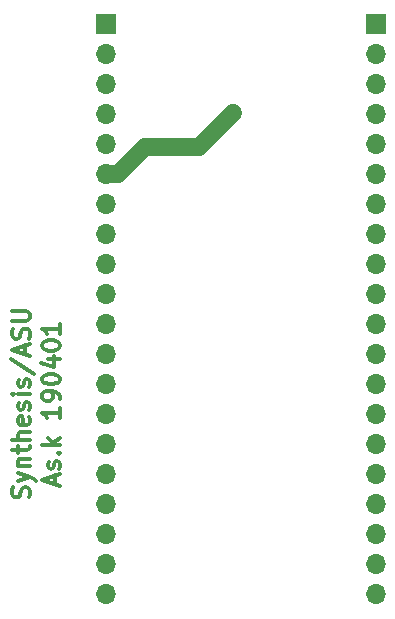
<source format=gbr>
G04 #@! TF.FileFunction,Copper,L1,Top,Signal*
%FSLAX46Y46*%
G04 Gerber Fmt 4.6, Leading zero omitted, Abs format (unit mm)*
G04 Created by KiCad (PCBNEW 4.0.7) date Monday, April 29, 2019 'PMt' 01:40:38 PM*
%MOMM*%
%LPD*%
G01*
G04 APERTURE LIST*
%ADD10C,0.100000*%
%ADD11C,0.300000*%
%ADD12R,1.700000X1.700000*%
%ADD13O,1.700000X1.700000*%
%ADD14C,0.600000*%
%ADD15C,1.524000*%
G04 APERTURE END LIST*
D10*
D11*
X123030143Y-103559572D02*
X123101571Y-103345286D01*
X123101571Y-102988143D01*
X123030143Y-102845286D01*
X122958714Y-102773857D01*
X122815857Y-102702429D01*
X122673000Y-102702429D01*
X122530143Y-102773857D01*
X122458714Y-102845286D01*
X122387286Y-102988143D01*
X122315857Y-103273857D01*
X122244429Y-103416715D01*
X122173000Y-103488143D01*
X122030143Y-103559572D01*
X121887286Y-103559572D01*
X121744429Y-103488143D01*
X121673000Y-103416715D01*
X121601571Y-103273857D01*
X121601571Y-102916715D01*
X121673000Y-102702429D01*
X122101571Y-102202429D02*
X123101571Y-101845286D01*
X122101571Y-101488144D02*
X123101571Y-101845286D01*
X123458714Y-101988144D01*
X123530143Y-102059572D01*
X123601571Y-102202429D01*
X122101571Y-100916715D02*
X123101571Y-100916715D01*
X122244429Y-100916715D02*
X122173000Y-100845287D01*
X122101571Y-100702429D01*
X122101571Y-100488144D01*
X122173000Y-100345287D01*
X122315857Y-100273858D01*
X123101571Y-100273858D01*
X122101571Y-99773858D02*
X122101571Y-99202429D01*
X121601571Y-99559572D02*
X122887286Y-99559572D01*
X123030143Y-99488144D01*
X123101571Y-99345286D01*
X123101571Y-99202429D01*
X123101571Y-98702429D02*
X121601571Y-98702429D01*
X123101571Y-98059572D02*
X122315857Y-98059572D01*
X122173000Y-98131001D01*
X122101571Y-98273858D01*
X122101571Y-98488143D01*
X122173000Y-98631001D01*
X122244429Y-98702429D01*
X123030143Y-96773858D02*
X123101571Y-96916715D01*
X123101571Y-97202429D01*
X123030143Y-97345286D01*
X122887286Y-97416715D01*
X122315857Y-97416715D01*
X122173000Y-97345286D01*
X122101571Y-97202429D01*
X122101571Y-96916715D01*
X122173000Y-96773858D01*
X122315857Y-96702429D01*
X122458714Y-96702429D01*
X122601571Y-97416715D01*
X123030143Y-96131001D02*
X123101571Y-95988144D01*
X123101571Y-95702429D01*
X123030143Y-95559572D01*
X122887286Y-95488144D01*
X122815857Y-95488144D01*
X122673000Y-95559572D01*
X122601571Y-95702429D01*
X122601571Y-95916715D01*
X122530143Y-96059572D01*
X122387286Y-96131001D01*
X122315857Y-96131001D01*
X122173000Y-96059572D01*
X122101571Y-95916715D01*
X122101571Y-95702429D01*
X122173000Y-95559572D01*
X123101571Y-94845286D02*
X122101571Y-94845286D01*
X121601571Y-94845286D02*
X121673000Y-94916715D01*
X121744429Y-94845286D01*
X121673000Y-94773858D01*
X121601571Y-94845286D01*
X121744429Y-94845286D01*
X123030143Y-94202429D02*
X123101571Y-94059572D01*
X123101571Y-93773857D01*
X123030143Y-93631000D01*
X122887286Y-93559572D01*
X122815857Y-93559572D01*
X122673000Y-93631000D01*
X122601571Y-93773857D01*
X122601571Y-93988143D01*
X122530143Y-94131000D01*
X122387286Y-94202429D01*
X122315857Y-94202429D01*
X122173000Y-94131000D01*
X122101571Y-93988143D01*
X122101571Y-93773857D01*
X122173000Y-93631000D01*
X121530143Y-91845286D02*
X123458714Y-93131000D01*
X122673000Y-91416714D02*
X122673000Y-90702428D01*
X123101571Y-91559571D02*
X121601571Y-91059571D01*
X123101571Y-90559571D01*
X123030143Y-90131000D02*
X123101571Y-89916714D01*
X123101571Y-89559571D01*
X123030143Y-89416714D01*
X122958714Y-89345285D01*
X122815857Y-89273857D01*
X122673000Y-89273857D01*
X122530143Y-89345285D01*
X122458714Y-89416714D01*
X122387286Y-89559571D01*
X122315857Y-89845285D01*
X122244429Y-89988143D01*
X122173000Y-90059571D01*
X122030143Y-90131000D01*
X121887286Y-90131000D01*
X121744429Y-90059571D01*
X121673000Y-89988143D01*
X121601571Y-89845285D01*
X121601571Y-89488143D01*
X121673000Y-89273857D01*
X121601571Y-88631000D02*
X122815857Y-88631000D01*
X122958714Y-88559572D01*
X123030143Y-88488143D01*
X123101571Y-88345286D01*
X123101571Y-88059572D01*
X123030143Y-87916714D01*
X122958714Y-87845286D01*
X122815857Y-87773857D01*
X121601571Y-87773857D01*
X125223000Y-102416713D02*
X125223000Y-101702427D01*
X125651571Y-102559570D02*
X124151571Y-102059570D01*
X125651571Y-101559570D01*
X125580143Y-101130999D02*
X125651571Y-100988142D01*
X125651571Y-100702427D01*
X125580143Y-100559570D01*
X125437286Y-100488142D01*
X125365857Y-100488142D01*
X125223000Y-100559570D01*
X125151571Y-100702427D01*
X125151571Y-100916713D01*
X125080143Y-101059570D01*
X124937286Y-101130999D01*
X124865857Y-101130999D01*
X124723000Y-101059570D01*
X124651571Y-100916713D01*
X124651571Y-100702427D01*
X124723000Y-100559570D01*
X125508714Y-99845284D02*
X125580143Y-99773856D01*
X125651571Y-99845284D01*
X125580143Y-99916713D01*
X125508714Y-99845284D01*
X125651571Y-99845284D01*
X125651571Y-99130998D02*
X124151571Y-99130998D01*
X125080143Y-98988141D02*
X125651571Y-98559570D01*
X124651571Y-98559570D02*
X125223000Y-99130998D01*
X125651571Y-95988141D02*
X125651571Y-96845284D01*
X125651571Y-96416712D02*
X124151571Y-96416712D01*
X124365857Y-96559569D01*
X124508714Y-96702427D01*
X124580143Y-96845284D01*
X125651571Y-95273856D02*
X125651571Y-94988141D01*
X125580143Y-94845284D01*
X125508714Y-94773856D01*
X125294429Y-94630998D01*
X125008714Y-94559570D01*
X124437286Y-94559570D01*
X124294429Y-94630998D01*
X124223000Y-94702427D01*
X124151571Y-94845284D01*
X124151571Y-95130998D01*
X124223000Y-95273856D01*
X124294429Y-95345284D01*
X124437286Y-95416713D01*
X124794429Y-95416713D01*
X124937286Y-95345284D01*
X125008714Y-95273856D01*
X125080143Y-95130998D01*
X125080143Y-94845284D01*
X125008714Y-94702427D01*
X124937286Y-94630998D01*
X124794429Y-94559570D01*
X124151571Y-93630999D02*
X124151571Y-93488142D01*
X124223000Y-93345285D01*
X124294429Y-93273856D01*
X124437286Y-93202427D01*
X124723000Y-93130999D01*
X125080143Y-93130999D01*
X125365857Y-93202427D01*
X125508714Y-93273856D01*
X125580143Y-93345285D01*
X125651571Y-93488142D01*
X125651571Y-93630999D01*
X125580143Y-93773856D01*
X125508714Y-93845285D01*
X125365857Y-93916713D01*
X125080143Y-93988142D01*
X124723000Y-93988142D01*
X124437286Y-93916713D01*
X124294429Y-93845285D01*
X124223000Y-93773856D01*
X124151571Y-93630999D01*
X124651571Y-91845285D02*
X125651571Y-91845285D01*
X124080143Y-92202428D02*
X125151571Y-92559571D01*
X125151571Y-91630999D01*
X124151571Y-90773857D02*
X124151571Y-90631000D01*
X124223000Y-90488143D01*
X124294429Y-90416714D01*
X124437286Y-90345285D01*
X124723000Y-90273857D01*
X125080143Y-90273857D01*
X125365857Y-90345285D01*
X125508714Y-90416714D01*
X125580143Y-90488143D01*
X125651571Y-90631000D01*
X125651571Y-90773857D01*
X125580143Y-90916714D01*
X125508714Y-90988143D01*
X125365857Y-91059571D01*
X125080143Y-91131000D01*
X124723000Y-91131000D01*
X124437286Y-91059571D01*
X124294429Y-90988143D01*
X124223000Y-90916714D01*
X124151571Y-90773857D01*
X125651571Y-88845286D02*
X125651571Y-89702429D01*
X125651571Y-89273857D02*
X124151571Y-89273857D01*
X124365857Y-89416714D01*
X124508714Y-89559572D01*
X124580143Y-89702429D01*
D12*
X129540000Y-63500000D03*
D13*
X129540000Y-66040000D03*
X129540000Y-68580000D03*
X129540000Y-71120000D03*
X129540000Y-73660000D03*
X129540000Y-76200000D03*
X129540000Y-78740000D03*
X129540000Y-81280000D03*
X129540000Y-83820000D03*
X129540000Y-86360000D03*
X129540000Y-88900000D03*
X129540000Y-91440000D03*
X129540000Y-93980000D03*
X129540000Y-96520000D03*
X129540000Y-99060000D03*
X129540000Y-101600000D03*
X129540000Y-104140000D03*
X129540000Y-106680000D03*
X129540000Y-109220000D03*
X129540000Y-111760000D03*
D12*
X152400000Y-63500000D03*
D13*
X152400000Y-66040000D03*
X152400000Y-68580000D03*
X152400000Y-71120000D03*
X152400000Y-73660000D03*
X152400000Y-76200000D03*
X152400000Y-78740000D03*
X152400000Y-81280000D03*
X152400000Y-83820000D03*
X152400000Y-86360000D03*
X152400000Y-88900000D03*
X152400000Y-91440000D03*
X152400000Y-93980000D03*
X152400000Y-96520000D03*
X152400000Y-99060000D03*
X152400000Y-101600000D03*
X152400000Y-104140000D03*
X152400000Y-106680000D03*
X152400000Y-109220000D03*
X152400000Y-111760000D03*
D14*
X140335000Y-70993000D03*
D15*
X129540000Y-76200000D02*
X130556000Y-76200000D01*
X137414000Y-73914000D02*
X140335000Y-70993000D01*
X132842000Y-73914000D02*
X137414000Y-73914000D01*
X130556000Y-76200000D02*
X132842000Y-73914000D01*
M02*

</source>
